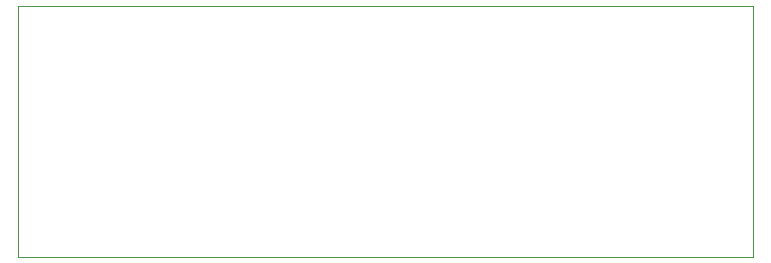
<source format=gbr>
From c3ca4f95bd59f69d45e582a4149327f57a360760 Mon Sep 17 00:00:00 2001
From: jaseg <git@jaseg.de>
Date: Sun, 30 Jan 2022 20:11:38 +0100
Subject: Rename gerbonara/gerber package to just gerbonara

---
 .../gerber/tests/resources/eagle-newer/profile.gbr | 23 ----------------------
 1 file changed, 23 deletions(-)
 delete mode 100644 gerbonara/gerber/tests/resources/eagle-newer/profile.gbr

(limited to 'gerbonara/gerber/tests/resources/eagle-newer/profile.gbr')

diff --git a/gerbonara/gerber/tests/resources/eagle-newer/profile.gbr b/gerbonara/gerber/tests/resources/eagle-newer/profile.gbr
deleted file mode 100644
index bc00e0e..0000000
--- a/gerbonara/gerber/tests/resources/eagle-newer/profile.gbr
+++ /dev/null
@@ -1,23 +0,0 @@
-G04 EAGLE Gerber X2 export*
-G04 #@! %TF.Part,Single*
-G04 #@! %TF.FileFunction,Profile,NP*
-G04 #@! %TF.FilePolarity,Positive*
-G04 #@! %TF.GenerationSoftware,Autodesk,EAGLE,9.0.0*
-G04 #@! %TF.CreationDate,2019-08-08T19:20:38Z*
-G75*
-%MOMM*%
-%FSLAX34Y34*%
-%LPD*%
-%AMOC8*
-5,1,8,0,0,1.08239X$1,22.5*%
-G01*
-%ADD10C,0.000000*%
-
-
-D10*
-X0Y0D02*
-X622100Y0D01*
-X622100Y212600D01*
-X0Y212600D01*
-X0Y0D01*
-M02*
-- 
cgit 


</source>
